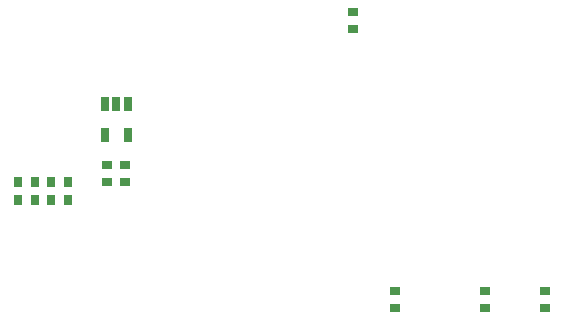
<source format=gtp>
%FSLAX25Y25*%
%MOIN*%
G70*
G01*
G75*
G04 Layer_Color=8421504*
%ADD10R,0.02717X0.04724*%
%ADD11R,0.03543X0.03150*%
%ADD12R,0.03150X0.03543*%
%ADD13C,0.01969*%
%ADD14C,0.01000*%
%ADD15R,0.06000X0.06000*%
%ADD16C,0.06000*%
%ADD17R,0.06000X0.06000*%
%ADD18C,0.05000*%
%ADD19C,0.24410*%
%ADD20C,0.00787*%
%ADD21C,0.00252*%
%ADD22C,0.00800*%
%ADD23C,0.00600*%
D10*
X-166740Y-229882D02*
D03*
X-163000D02*
D03*
X-159260D02*
D03*
X-166740Y-240118D02*
D03*
X-159260D02*
D03*
D11*
X-166000Y-250244D02*
D03*
Y-255756D02*
D03*
X-160000Y-250244D02*
D03*
Y-255756D02*
D03*
X-70000Y-292244D02*
D03*
Y-297756D02*
D03*
X-40000Y-292244D02*
D03*
Y-297756D02*
D03*
X-20000Y-292244D02*
D03*
Y-297756D02*
D03*
X-84000Y-199244D02*
D03*
Y-204756D02*
D03*
D12*
X-190244Y-262000D02*
D03*
X-195756D02*
D03*
X-195756Y-256000D02*
D03*
X-190244D02*
D03*
X-184756D02*
D03*
X-179244D02*
D03*
X-179244Y-262000D02*
D03*
X-184756D02*
D03*
M02*

</source>
